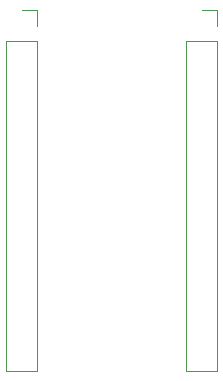
<source format=gbo>
G04 #@! TF.GenerationSoftware,KiCad,Pcbnew,(5.1.4)-1*
G04 #@! TF.CreationDate,2021-04-18T09:35:50+09:00*
G04 #@! TF.ProjectId,audio-board-wm8731,61756469-6f2d-4626-9f61-72642d776d38,rev?*
G04 #@! TF.SameCoordinates,Original*
G04 #@! TF.FileFunction,Legend,Bot*
G04 #@! TF.FilePolarity,Positive*
%FSLAX46Y46*%
G04 Gerber Fmt 4.6, Leading zero omitted, Abs format (unit mm)*
G04 Created by KiCad (PCBNEW (5.1.4)-1) date 2021-04-18 09:35:50*
%MOMM*%
%LPD*%
G04 APERTURE LIST*
%ADD10C,0.120000*%
G04 APERTURE END LIST*
D10*
X54670000Y-52010000D02*
X53340000Y-52010000D01*
X54670000Y-53340000D02*
X54670000Y-52010000D01*
X54670000Y-54610000D02*
X52010000Y-54610000D01*
X52010000Y-54610000D02*
X52010000Y-82610000D01*
X54670000Y-54610000D02*
X54670000Y-82610000D01*
X54670000Y-82610000D02*
X52010000Y-82610000D01*
X69910000Y-52010000D02*
X68580000Y-52010000D01*
X69910000Y-53340000D02*
X69910000Y-52010000D01*
X69910000Y-54610000D02*
X67250000Y-54610000D01*
X67250000Y-54610000D02*
X67250000Y-82610000D01*
X69910000Y-54610000D02*
X69910000Y-82610000D01*
X69910000Y-82610000D02*
X67250000Y-82610000D01*
M02*

</source>
